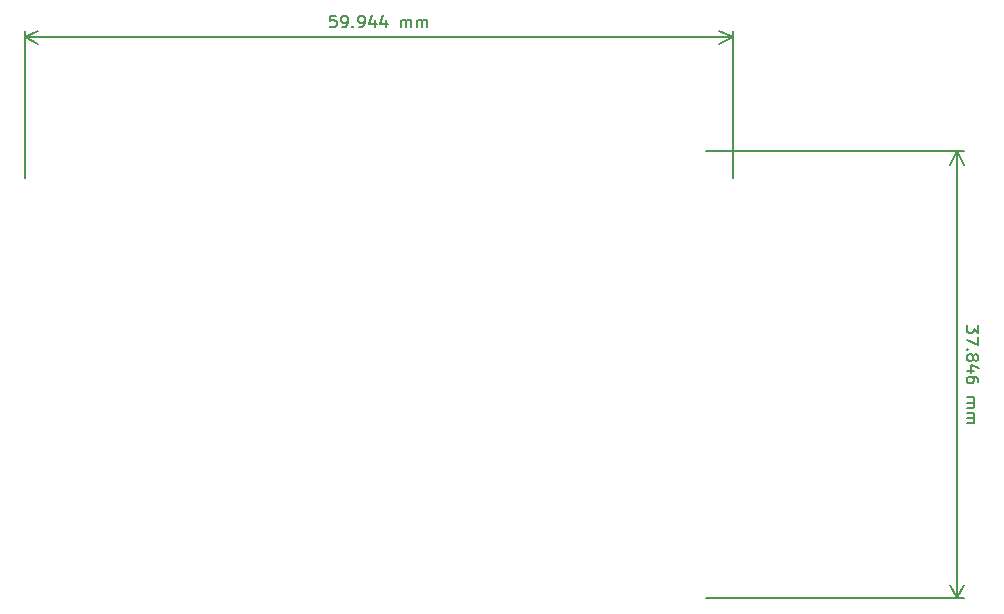
<source format=gbr>
G04 #@! TF.GenerationSoftware,KiCad,Pcbnew,(5.1.4)-1*
G04 #@! TF.CreationDate,2019-11-26T11:52:50-05:00*
G04 #@! TF.ProjectId,8-bit counter,382d6269-7420-4636-9f75-6e7465722e6b,rev?*
G04 #@! TF.SameCoordinates,Original*
G04 #@! TF.FileFunction,Drawing*
%FSLAX46Y46*%
G04 Gerber Fmt 4.6, Leading zero omitted, Abs format (unit mm)*
G04 Created by KiCad (PCBNEW (5.1.4)-1) date 2019-11-26 11:52:50*
%MOMM*%
%LPD*%
G04 APERTURE LIST*
%ADD10C,0.150000*%
G04 APERTURE END LIST*
D10*
X165550619Y-55118523D02*
X165550619Y-55737571D01*
X165169666Y-55404238D01*
X165169666Y-55547095D01*
X165122047Y-55642333D01*
X165074428Y-55689952D01*
X164979190Y-55737571D01*
X164741095Y-55737571D01*
X164645857Y-55689952D01*
X164598238Y-55642333D01*
X164550619Y-55547095D01*
X164550619Y-55261380D01*
X164598238Y-55166142D01*
X164645857Y-55118523D01*
X165550619Y-56070904D02*
X165550619Y-56737571D01*
X164550619Y-56309000D01*
X164645857Y-57118523D02*
X164598238Y-57166142D01*
X164550619Y-57118523D01*
X164598238Y-57070904D01*
X164645857Y-57118523D01*
X164550619Y-57118523D01*
X165122047Y-57737571D02*
X165169666Y-57642333D01*
X165217285Y-57594714D01*
X165312523Y-57547095D01*
X165360142Y-57547095D01*
X165455380Y-57594714D01*
X165503000Y-57642333D01*
X165550619Y-57737571D01*
X165550619Y-57928047D01*
X165503000Y-58023285D01*
X165455380Y-58070904D01*
X165360142Y-58118523D01*
X165312523Y-58118523D01*
X165217285Y-58070904D01*
X165169666Y-58023285D01*
X165122047Y-57928047D01*
X165122047Y-57737571D01*
X165074428Y-57642333D01*
X165026809Y-57594714D01*
X164931571Y-57547095D01*
X164741095Y-57547095D01*
X164645857Y-57594714D01*
X164598238Y-57642333D01*
X164550619Y-57737571D01*
X164550619Y-57928047D01*
X164598238Y-58023285D01*
X164645857Y-58070904D01*
X164741095Y-58118523D01*
X164931571Y-58118523D01*
X165026809Y-58070904D01*
X165074428Y-58023285D01*
X165122047Y-57928047D01*
X165217285Y-58975666D02*
X164550619Y-58975666D01*
X165598238Y-58737571D02*
X164883952Y-58499476D01*
X164883952Y-59118523D01*
X165550619Y-59928047D02*
X165550619Y-59737571D01*
X165503000Y-59642333D01*
X165455380Y-59594714D01*
X165312523Y-59499476D01*
X165122047Y-59451857D01*
X164741095Y-59451857D01*
X164645857Y-59499476D01*
X164598238Y-59547095D01*
X164550619Y-59642333D01*
X164550619Y-59832809D01*
X164598238Y-59928047D01*
X164645857Y-59975666D01*
X164741095Y-60023285D01*
X164979190Y-60023285D01*
X165074428Y-59975666D01*
X165122047Y-59928047D01*
X165169666Y-59832809D01*
X165169666Y-59642333D01*
X165122047Y-59547095D01*
X165074428Y-59499476D01*
X164979190Y-59451857D01*
X164550619Y-61213761D02*
X165217285Y-61213761D01*
X165122047Y-61213761D02*
X165169666Y-61261380D01*
X165217285Y-61356619D01*
X165217285Y-61499476D01*
X165169666Y-61594714D01*
X165074428Y-61642333D01*
X164550619Y-61642333D01*
X165074428Y-61642333D02*
X165169666Y-61689952D01*
X165217285Y-61785190D01*
X165217285Y-61928047D01*
X165169666Y-62023285D01*
X165074428Y-62070904D01*
X164550619Y-62070904D01*
X164550619Y-62547095D02*
X165217285Y-62547095D01*
X165122047Y-62547095D02*
X165169666Y-62594714D01*
X165217285Y-62689952D01*
X165217285Y-62832809D01*
X165169666Y-62928047D01*
X165074428Y-62975666D01*
X164550619Y-62975666D01*
X165074428Y-62975666D02*
X165169666Y-63023285D01*
X165217285Y-63118523D01*
X165217285Y-63261380D01*
X165169666Y-63356619D01*
X165074428Y-63404238D01*
X164550619Y-63404238D01*
X163703000Y-40386000D02*
X163703000Y-78232000D01*
X142468600Y-40386000D02*
X164289421Y-40386000D01*
X142468600Y-78232000D02*
X164289421Y-78232000D01*
X163703000Y-78232000D02*
X163116579Y-77105496D01*
X163703000Y-78232000D02*
X164289421Y-77105496D01*
X163703000Y-40386000D02*
X163116579Y-41512504D01*
X163703000Y-40386000D02*
X164289421Y-41512504D01*
X111163552Y-28886380D02*
X110687361Y-28886380D01*
X110639742Y-29362571D01*
X110687361Y-29314952D01*
X110782600Y-29267333D01*
X111020695Y-29267333D01*
X111115933Y-29314952D01*
X111163552Y-29362571D01*
X111211171Y-29457809D01*
X111211171Y-29695904D01*
X111163552Y-29791142D01*
X111115933Y-29838761D01*
X111020695Y-29886380D01*
X110782600Y-29886380D01*
X110687361Y-29838761D01*
X110639742Y-29791142D01*
X111687361Y-29886380D02*
X111877838Y-29886380D01*
X111973076Y-29838761D01*
X112020695Y-29791142D01*
X112115933Y-29648285D01*
X112163552Y-29457809D01*
X112163552Y-29076857D01*
X112115933Y-28981619D01*
X112068314Y-28934000D01*
X111973076Y-28886380D01*
X111782600Y-28886380D01*
X111687361Y-28934000D01*
X111639742Y-28981619D01*
X111592123Y-29076857D01*
X111592123Y-29314952D01*
X111639742Y-29410190D01*
X111687361Y-29457809D01*
X111782600Y-29505428D01*
X111973076Y-29505428D01*
X112068314Y-29457809D01*
X112115933Y-29410190D01*
X112163552Y-29314952D01*
X112592123Y-29791142D02*
X112639742Y-29838761D01*
X112592123Y-29886380D01*
X112544504Y-29838761D01*
X112592123Y-29791142D01*
X112592123Y-29886380D01*
X113115933Y-29886380D02*
X113306409Y-29886380D01*
X113401647Y-29838761D01*
X113449266Y-29791142D01*
X113544504Y-29648285D01*
X113592123Y-29457809D01*
X113592123Y-29076857D01*
X113544504Y-28981619D01*
X113496885Y-28934000D01*
X113401647Y-28886380D01*
X113211171Y-28886380D01*
X113115933Y-28934000D01*
X113068314Y-28981619D01*
X113020695Y-29076857D01*
X113020695Y-29314952D01*
X113068314Y-29410190D01*
X113115933Y-29457809D01*
X113211171Y-29505428D01*
X113401647Y-29505428D01*
X113496885Y-29457809D01*
X113544504Y-29410190D01*
X113592123Y-29314952D01*
X114449266Y-29219714D02*
X114449266Y-29886380D01*
X114211171Y-28838761D02*
X113973076Y-29553047D01*
X114592123Y-29553047D01*
X115401647Y-29219714D02*
X115401647Y-29886380D01*
X115163552Y-28838761D02*
X114925457Y-29553047D01*
X115544504Y-29553047D01*
X116687361Y-29886380D02*
X116687361Y-29219714D01*
X116687361Y-29314952D02*
X116734980Y-29267333D01*
X116830219Y-29219714D01*
X116973076Y-29219714D01*
X117068314Y-29267333D01*
X117115933Y-29362571D01*
X117115933Y-29886380D01*
X117115933Y-29362571D02*
X117163552Y-29267333D01*
X117258790Y-29219714D01*
X117401647Y-29219714D01*
X117496885Y-29267333D01*
X117544504Y-29362571D01*
X117544504Y-29886380D01*
X118020695Y-29886380D02*
X118020695Y-29219714D01*
X118020695Y-29314952D02*
X118068314Y-29267333D01*
X118163552Y-29219714D01*
X118306409Y-29219714D01*
X118401647Y-29267333D01*
X118449266Y-29362571D01*
X118449266Y-29886380D01*
X118449266Y-29362571D02*
X118496885Y-29267333D01*
X118592123Y-29219714D01*
X118734980Y-29219714D01*
X118830219Y-29267333D01*
X118877838Y-29362571D01*
X118877838Y-29886380D01*
X144754600Y-30734000D02*
X84810600Y-30734000D01*
X144754600Y-42672000D02*
X144754600Y-30147579D01*
X84810600Y-42672000D02*
X84810600Y-30147579D01*
X84810600Y-30734000D02*
X85937104Y-30147579D01*
X84810600Y-30734000D02*
X85937104Y-31320421D01*
X144754600Y-30734000D02*
X143628096Y-30147579D01*
X144754600Y-30734000D02*
X143628096Y-31320421D01*
M02*

</source>
